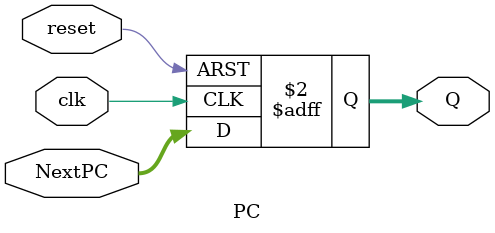
<source format=v>
module PC(
    input clk,
    input reset,
    input [15:0] NextPC,
    output reg [15:0] Q
);

always @(posedge clk or posedge reset) begin
    if(reset) Q <= 16'b0;
    else Q <= NextPC;
end

endmodule

</source>
